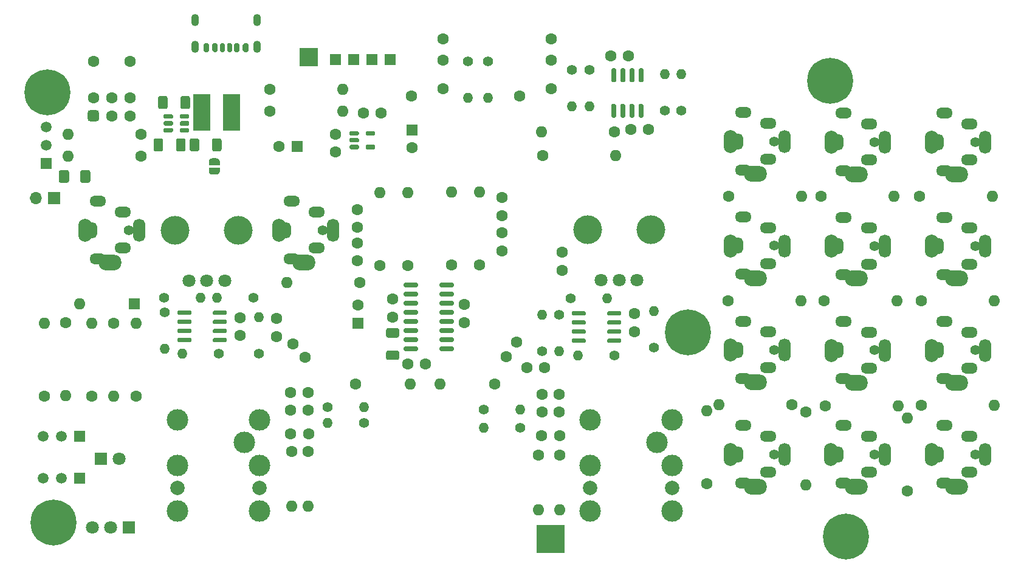
<source format=gts>
G04 #@! TF.GenerationSoftware,KiCad,Pcbnew,8.0.6*
G04 #@! TF.CreationDate,2025-01-21T23:06:27+01:00*
G04 #@! TF.ProjectId,spider2,73706964-6572-4322-9e6b-696361645f70,rev?*
G04 #@! TF.SameCoordinates,Original*
G04 #@! TF.FileFunction,Soldermask,Top*
G04 #@! TF.FilePolarity,Negative*
%FSLAX46Y46*%
G04 Gerber Fmt 4.6, Leading zero omitted, Abs format (unit mm)*
G04 Created by KiCad (PCBNEW 8.0.6) date 2025-01-21 23:06:27*
%MOMM*%
%LPD*%
G01*
G04 APERTURE LIST*
%ADD10C,1.400000*%
%ADD11O,1.400000X1.400000*%
%ADD12C,1.600000*%
%ADD13O,1.600000X1.600000*%
%ADD14R,1.600000X1.600000*%
%ADD15R,2.500000X2.500000*%
%ADD16O,2.300000X1.500000*%
%ADD17O,1.703200X3.203200*%
%ADD18O,1.903200X3.203200*%
%ADD19O,1.500000X2.300000*%
%ADD20O,3.203200X2.203200*%
%ADD21C,0.800000*%
%ADD22C,6.400000*%
%ADD23C,3.000000*%
%ADD24C,2.000000*%
%ADD25O,1.100000X1.700000*%
%ADD26R,1.500000X1.500000*%
%ADD27C,1.500000*%
%ADD28C,4.000000*%
%ADD29C,1.800000*%
%ADD30R,1.700000X1.700000*%
%ADD31O,1.700000X1.700000*%
%ADD32R,1.800000X1.800000*%
%ADD33R,2.350000X5.100000*%
%ADD34R,4.000000X4.000000*%
G04 APERTURE END LIST*
D10*
X225940000Y-73240000D03*
D11*
X225940000Y-68160000D03*
D12*
X147799400Y-33323400D03*
X152879400Y-33323400D03*
G36*
G01*
X147399400Y-40143400D02*
X148199400Y-40143400D01*
G75*
G02*
X148599400Y-40543400I0J-400000D01*
G01*
X148599400Y-41343400D01*
G75*
G02*
X148199400Y-41743400I-400000J0D01*
G01*
X147399400Y-41743400D01*
G75*
G02*
X146999400Y-41343400I0J400000D01*
G01*
X146999400Y-40543400D01*
G75*
G02*
X147399400Y-40143400I400000J0D01*
G01*
G37*
X150339400Y-40943400D03*
X152879400Y-40943400D03*
X147799400Y-38403400D03*
X150339400Y-38403400D03*
X152879400Y-38403400D03*
X262920000Y-52200000D03*
D13*
X273080000Y-52200000D03*
D12*
X219851600Y-32588200D03*
X222351600Y-32588200D03*
D10*
X214330000Y-66370000D03*
D11*
X219410000Y-66370000D03*
D10*
X227431600Y-40233600D03*
D11*
X227431600Y-35153600D03*
D12*
X187750000Y-61800000D03*
D13*
X187750000Y-51640000D03*
D10*
X220370000Y-74340000D03*
D11*
X215290000Y-74340000D03*
D12*
X263120000Y-81300000D03*
D13*
X273280000Y-81300000D03*
D12*
X177749200Y-87731600D03*
D13*
X177749200Y-95351600D03*
D14*
X192230000Y-42900000D03*
D12*
X192230000Y-45400000D03*
X204750000Y-52350000D03*
X204750000Y-54850000D03*
X204750000Y-59750000D03*
X204750000Y-57250000D03*
D14*
X153475000Y-67125000D03*
D13*
X145855000Y-67125000D03*
D12*
X154460000Y-46600000D03*
D13*
X144300000Y-46600000D03*
D10*
X202800000Y-33400000D03*
D11*
X202800000Y-38480000D03*
D12*
X208175000Y-76050000D03*
X210675000Y-76050000D03*
D15*
X177800000Y-32775000D03*
D16*
X238349112Y-92100000D03*
X241849112Y-90600000D03*
D10*
X242649112Y-88100000D03*
D17*
X244078391Y-88126253D03*
D18*
X236578391Y-88126253D03*
D19*
X237549112Y-88100000D03*
D16*
X238349112Y-84100000D03*
D20*
X240078391Y-92626253D03*
D16*
X241849112Y-85600000D03*
D21*
X248019532Y-36102461D03*
X248722476Y-34405405D03*
X248722476Y-37799517D03*
X250419532Y-33702461D03*
D22*
X250419532Y-36102461D03*
D21*
X250419532Y-38502461D03*
X252116588Y-34405405D03*
X252116588Y-37799517D03*
X252819532Y-36102461D03*
D10*
X157720000Y-68350000D03*
D11*
X157720000Y-73430000D03*
D12*
X199500000Y-69750000D03*
X199500000Y-67250000D03*
D10*
X216890600Y-34518600D03*
D11*
X216890600Y-39598600D03*
D12*
X196550000Y-33200000D03*
X196550000Y-30200000D03*
X192150000Y-38200000D03*
X196550000Y-37200000D03*
X212700000Y-82250000D03*
X212700000Y-79750000D03*
X175620000Y-72700000D03*
X177292827Y-74557862D03*
X175285400Y-85267800D03*
X177785400Y-85267800D03*
X191620000Y-61810000D03*
D13*
X191620000Y-51650000D03*
D12*
X261200000Y-93230000D03*
D13*
X261200000Y-83070000D03*
D12*
X249610000Y-66720000D03*
D13*
X259770000Y-66720000D03*
D23*
X226300000Y-86450000D03*
D24*
X228430000Y-92800000D03*
X217000000Y-92800000D03*
D23*
X217000000Y-96000000D03*
X228430000Y-89650000D03*
X217000000Y-89650000D03*
X228430000Y-96000000D03*
X228430000Y-83300000D03*
X217000000Y-83300000D03*
D12*
X184900000Y-64150000D03*
D13*
X174740000Y-64150000D03*
D23*
X168800000Y-86450000D03*
D24*
X170930000Y-92800000D03*
X159500000Y-92800000D03*
D23*
X159500000Y-96000000D03*
X170930000Y-89650000D03*
X159500000Y-89650000D03*
X170930000Y-96000000D03*
X170930000Y-83300000D03*
X159500000Y-83300000D03*
D12*
X147620000Y-79980000D03*
D13*
X147620000Y-69820000D03*
D12*
X249745000Y-81400000D03*
D13*
X259905000Y-81400000D03*
D10*
X185520000Y-83700000D03*
D11*
X180440000Y-83700000D03*
G36*
G01*
X156190036Y-45650000D02*
X156190036Y-44350000D01*
G75*
G02*
X156440036Y-44100000I250000J0D01*
G01*
X157265036Y-44100000D01*
G75*
G02*
X157515036Y-44350000I0J-250000D01*
G01*
X157515036Y-45650000D01*
G75*
G02*
X157265036Y-45900000I-250000J0D01*
G01*
X156440036Y-45900000D01*
G75*
G02*
X156190036Y-45650000I0J250000D01*
G01*
G37*
G36*
G01*
X159315036Y-45650000D02*
X159315036Y-44350000D01*
G75*
G02*
X159565036Y-44100000I250000J0D01*
G01*
X160390036Y-44100000D01*
G75*
G02*
X160640036Y-44350000I0J-250000D01*
G01*
X160640036Y-45650000D01*
G75*
G02*
X160390036Y-45900000I-250000J0D01*
G01*
X159565036Y-45900000D01*
G75*
G02*
X159315036Y-45650000I0J250000D01*
G01*
G37*
D12*
X249220000Y-52150000D03*
D13*
X259380000Y-52150000D03*
G36*
G01*
X167120000Y-31025000D02*
X167120000Y-31875000D01*
G75*
G02*
X166945000Y-32050000I-175000J0D01*
G01*
X166595000Y-32050000D01*
G75*
G02*
X166420000Y-31875000I0J175000D01*
G01*
X166420000Y-31025000D01*
G75*
G02*
X166595000Y-30850000I175000J0D01*
G01*
X166945000Y-30850000D01*
G75*
G02*
X167120000Y-31025000I0J-175000D01*
G01*
G37*
G36*
G01*
X164370000Y-31860000D02*
X164370000Y-31040000D01*
G75*
G02*
X164560000Y-30850000I190000J0D01*
G01*
X164940000Y-30850000D01*
G75*
G02*
X165130000Y-31040000I0J-190000D01*
G01*
X165130000Y-31860000D01*
G75*
G02*
X164940000Y-32050000I-190000J0D01*
G01*
X164560000Y-32050000D01*
G75*
G02*
X164370000Y-31860000I0J190000D01*
G01*
G37*
G36*
G01*
X163120000Y-31850000D02*
X163120000Y-31050000D01*
G75*
G02*
X163320000Y-30850000I200000J0D01*
G01*
X163720000Y-30850000D01*
G75*
G02*
X163920000Y-31050000I0J-200000D01*
G01*
X163920000Y-31850000D01*
G75*
G02*
X163720000Y-32050000I-200000J0D01*
G01*
X163320000Y-32050000D01*
G75*
G02*
X163120000Y-31850000I0J200000D01*
G01*
G37*
G36*
G01*
X165420000Y-31875000D02*
X165420000Y-31025000D01*
G75*
G02*
X165595000Y-30850000I175000J0D01*
G01*
X165945000Y-30850000D01*
G75*
G02*
X166120000Y-31025000I0J-175000D01*
G01*
X166120000Y-31875000D01*
G75*
G02*
X165945000Y-32050000I-175000J0D01*
G01*
X165595000Y-32050000D01*
G75*
G02*
X165420000Y-31875000I0J175000D01*
G01*
G37*
G36*
G01*
X168170000Y-31040000D02*
X168170000Y-31860000D01*
G75*
G02*
X167980000Y-32050000I-190000J0D01*
G01*
X167600000Y-32050000D01*
G75*
G02*
X167410000Y-31860000I0J190000D01*
G01*
X167410000Y-31040000D01*
G75*
G02*
X167600000Y-30850000I190000J0D01*
G01*
X167980000Y-30850000D01*
G75*
G02*
X168170000Y-31040000I0J-190000D01*
G01*
G37*
G36*
G01*
X169420000Y-31050000D02*
X169420000Y-31850000D01*
G75*
G02*
X169220000Y-32050000I-200000J0D01*
G01*
X168820000Y-32050000D01*
G75*
G02*
X168620000Y-31850000I0J200000D01*
G01*
X168620000Y-31050000D01*
G75*
G02*
X168820000Y-30850000I200000J0D01*
G01*
X169220000Y-30850000D01*
G75*
G02*
X169420000Y-31050000I0J-200000D01*
G01*
G37*
D25*
X170590000Y-31370000D03*
X170590000Y-27570000D03*
X161950000Y-31370000D03*
X161950000Y-27570000D03*
G36*
G01*
X147387500Y-48775001D02*
X147387500Y-50024999D01*
G75*
G02*
X147137499Y-50275000I-250001J0D01*
G01*
X146212501Y-50275000D01*
G75*
G02*
X145962500Y-50024999I0J250001D01*
G01*
X145962500Y-48775001D01*
G75*
G02*
X146212501Y-48525000I250001J0D01*
G01*
X147137499Y-48525000D01*
G75*
G02*
X147387500Y-48775001I0J-250001D01*
G01*
G37*
G36*
G01*
X144412500Y-48775001D02*
X144412500Y-50024999D01*
G75*
G02*
X144162499Y-50275000I-250001J0D01*
G01*
X143237501Y-50275000D01*
G75*
G02*
X142987500Y-50024999I0J250001D01*
G01*
X142987500Y-48775001D01*
G75*
G02*
X143237501Y-48525000I250001J0D01*
G01*
X144162499Y-48525000D01*
G75*
G02*
X144412500Y-48775001I0J-250001D01*
G01*
G37*
D12*
X203708000Y-78282800D03*
D13*
X196088000Y-78282800D03*
D12*
X201600000Y-61700000D03*
D13*
X201600000Y-51540000D03*
D10*
X229743000Y-40233600D03*
D11*
X229743000Y-35153600D03*
D12*
X236195000Y-66725000D03*
D13*
X246355000Y-66725000D03*
D14*
X176192380Y-45200000D03*
D12*
X173692380Y-45200000D03*
X191581400Y-75514200D03*
X194081400Y-75514200D03*
X143980000Y-69810000D03*
D13*
X143980000Y-79970000D03*
D12*
X181500000Y-43500000D03*
X181500000Y-46000000D03*
X247100000Y-82250000D03*
D13*
X247100000Y-92410000D03*
D10*
X210350000Y-73715000D03*
D11*
X210350000Y-68635000D03*
D16*
X238350000Y-63033333D03*
X241850000Y-61533333D03*
D10*
X242650000Y-59033333D03*
D17*
X244079279Y-59059586D03*
D18*
X236579279Y-59059586D03*
D19*
X237550000Y-59033333D03*
D16*
X238350000Y-55033333D03*
D20*
X240079279Y-63559586D03*
D16*
X241850000Y-56533333D03*
G36*
G01*
X214450000Y-68620000D02*
X214450000Y-68320000D01*
G75*
G02*
X214600000Y-68170000I150000J0D01*
G01*
X216250000Y-68170000D01*
G75*
G02*
X216400000Y-68320000I0J-150000D01*
G01*
X216400000Y-68620000D01*
G75*
G02*
X216250000Y-68770000I-150000J0D01*
G01*
X214600000Y-68770000D01*
G75*
G02*
X214450000Y-68620000I0J150000D01*
G01*
G37*
G36*
G01*
X214450000Y-69890000D02*
X214450000Y-69590000D01*
G75*
G02*
X214600000Y-69440000I150000J0D01*
G01*
X216250000Y-69440000D01*
G75*
G02*
X216400000Y-69590000I0J-150000D01*
G01*
X216400000Y-69890000D01*
G75*
G02*
X216250000Y-70040000I-150000J0D01*
G01*
X214600000Y-70040000D01*
G75*
G02*
X214450000Y-69890000I0J150000D01*
G01*
G37*
G36*
G01*
X214450000Y-71160000D02*
X214450000Y-70860000D01*
G75*
G02*
X214600000Y-70710000I150000J0D01*
G01*
X216250000Y-70710000D01*
G75*
G02*
X216400000Y-70860000I0J-150000D01*
G01*
X216400000Y-71160000D01*
G75*
G02*
X216250000Y-71310000I-150000J0D01*
G01*
X214600000Y-71310000D01*
G75*
G02*
X214450000Y-71160000I0J150000D01*
G01*
G37*
G36*
G01*
X214450000Y-72430000D02*
X214450000Y-72130000D01*
G75*
G02*
X214600000Y-71980000I150000J0D01*
G01*
X216250000Y-71980000D01*
G75*
G02*
X216400000Y-72130000I0J-150000D01*
G01*
X216400000Y-72430000D01*
G75*
G02*
X216250000Y-72580000I-150000J0D01*
G01*
X214600000Y-72580000D01*
G75*
G02*
X214450000Y-72430000I0J150000D01*
G01*
G37*
G36*
G01*
X219400000Y-72430000D02*
X219400000Y-72130000D01*
G75*
G02*
X219550000Y-71980000I150000J0D01*
G01*
X221200000Y-71980000D01*
G75*
G02*
X221350000Y-72130000I0J-150000D01*
G01*
X221350000Y-72430000D01*
G75*
G02*
X221200000Y-72580000I-150000J0D01*
G01*
X219550000Y-72580000D01*
G75*
G02*
X219400000Y-72430000I0J150000D01*
G01*
G37*
G36*
G01*
X219400000Y-71160000D02*
X219400000Y-70860000D01*
G75*
G02*
X219550000Y-70710000I150000J0D01*
G01*
X221200000Y-70710000D01*
G75*
G02*
X221350000Y-70860000I0J-150000D01*
G01*
X221350000Y-71160000D01*
G75*
G02*
X221200000Y-71310000I-150000J0D01*
G01*
X219550000Y-71310000D01*
G75*
G02*
X219400000Y-71160000I0J150000D01*
G01*
G37*
G36*
G01*
X219400000Y-69890000D02*
X219400000Y-69590000D01*
G75*
G02*
X219550000Y-69440000I150000J0D01*
G01*
X221200000Y-69440000D01*
G75*
G02*
X221350000Y-69590000I0J-150000D01*
G01*
X221350000Y-69890000D01*
G75*
G02*
X221200000Y-70040000I-150000J0D01*
G01*
X219550000Y-70040000D01*
G75*
G02*
X219400000Y-69890000I0J150000D01*
G01*
G37*
G36*
G01*
X219400000Y-68620000D02*
X219400000Y-68320000D01*
G75*
G02*
X219550000Y-68170000I150000J0D01*
G01*
X221200000Y-68170000D01*
G75*
G02*
X221350000Y-68320000I0J-150000D01*
G01*
X221350000Y-68620000D01*
G75*
G02*
X221200000Y-68770000I-150000J0D01*
G01*
X219550000Y-68770000D01*
G75*
G02*
X219400000Y-68620000I0J150000D01*
G01*
G37*
D26*
X145860000Y-85630000D03*
D27*
X143320000Y-85630000D03*
X140780000Y-85630000D03*
D12*
X173325000Y-69175000D03*
X173325000Y-71675000D03*
X175285400Y-81991200D03*
X175285400Y-79491200D03*
X210388200Y-46456600D03*
D13*
X220548200Y-46456600D03*
D26*
X189176000Y-33075000D03*
D16*
X238350000Y-77566666D03*
X241850000Y-76066666D03*
D10*
X242650000Y-73566666D03*
D17*
X244079279Y-73592919D03*
D18*
X236579279Y-73592919D03*
D19*
X237550000Y-73566666D03*
D16*
X238350000Y-69566666D03*
D20*
X240079279Y-78092919D03*
D16*
X241850000Y-71066666D03*
X175424065Y-60868249D03*
X178924065Y-59368249D03*
D10*
X179724065Y-56868249D03*
D17*
X181153344Y-56894502D03*
D18*
X173653344Y-56894502D03*
D19*
X174624065Y-56868249D03*
D16*
X175424065Y-52868249D03*
D20*
X177153344Y-61394502D03*
D16*
X178924065Y-54368249D03*
D21*
X228260142Y-71088261D03*
X228963086Y-69391205D03*
X228963086Y-72785317D03*
X230660142Y-68688261D03*
D22*
X230660142Y-71088261D03*
D21*
X230660142Y-73488261D03*
X232357198Y-69391205D03*
X232357198Y-72785317D03*
X233060142Y-71088261D03*
D12*
X154460000Y-43540000D03*
D13*
X144300000Y-43540000D03*
G36*
X163917400Y-47850000D02*
G01*
X163917400Y-47350000D01*
X163922489Y-47350000D01*
X163922489Y-47278843D01*
X163962584Y-47142292D01*
X164039525Y-47022570D01*
X164147080Y-46929373D01*
X164276534Y-46870254D01*
X164417400Y-46850000D01*
X164917400Y-46850000D01*
X165058266Y-46870254D01*
X165187720Y-46929373D01*
X165295275Y-47022570D01*
X165372216Y-47142292D01*
X165412311Y-47278843D01*
X165412311Y-47350000D01*
X165417400Y-47350000D01*
X165417400Y-47850000D01*
X163917400Y-47850000D01*
G37*
G36*
X165412311Y-48650000D02*
G01*
X165412311Y-48721157D01*
X165372216Y-48857708D01*
X165295275Y-48977430D01*
X165187720Y-49070627D01*
X165058266Y-49129746D01*
X164917400Y-49150000D01*
X164417400Y-49150000D01*
X164276534Y-49129746D01*
X164147080Y-49070627D01*
X164039525Y-48977430D01*
X163962584Y-48857708D01*
X163922489Y-48721157D01*
X163922489Y-48650000D01*
X163917400Y-48650000D01*
X163917400Y-48150000D01*
X165417400Y-48150000D01*
X165417400Y-48650000D01*
X165412311Y-48650000D01*
G37*
D16*
X266350000Y-48600000D03*
X269850000Y-47100000D03*
D10*
X270650000Y-44600000D03*
D17*
X272079279Y-44626253D03*
D18*
X264579279Y-44626253D03*
D19*
X265550000Y-44600000D03*
D16*
X266350000Y-40600000D03*
D20*
X268079279Y-49126253D03*
D16*
X269850000Y-42100000D03*
D12*
X184550000Y-56500000D03*
X184550000Y-54000000D03*
D26*
X181571000Y-33075000D03*
D10*
X202200000Y-81900000D03*
D11*
X207280000Y-81900000D03*
D28*
X159200000Y-56900000D03*
X168000000Y-56900000D03*
D29*
X166100000Y-63900000D03*
X163600000Y-63900000D03*
X161100000Y-63900000D03*
D12*
X206779532Y-72445529D03*
X205310069Y-74468071D03*
X189500000Y-69000000D03*
X189500000Y-66500000D03*
D26*
X184111000Y-33075000D03*
D12*
X172390000Y-37220000D03*
D13*
X182550000Y-37220000D03*
D12*
X175420000Y-87731600D03*
D13*
X175420000Y-95351600D03*
D26*
X186651000Y-33075000D03*
X145860000Y-91470000D03*
D27*
X143320000Y-91470000D03*
X140780000Y-91470000D03*
D12*
X150660000Y-69820000D03*
D13*
X150660000Y-79980000D03*
D16*
X266350000Y-77600000D03*
X269850000Y-76100000D03*
D10*
X270650000Y-73600000D03*
D17*
X272079279Y-73626253D03*
D18*
X264579279Y-73626253D03*
D19*
X265550000Y-73600000D03*
D16*
X266350000Y-69600000D03*
D20*
X268079279Y-78126253D03*
D16*
X269850000Y-71100000D03*
D10*
X157675000Y-66325000D03*
D11*
X162754999Y-66325000D03*
D30*
X142300000Y-52400000D03*
D31*
X139760000Y-52400000D03*
D12*
X187900000Y-40600000D03*
X185400000Y-40600000D03*
X172390000Y-40270000D03*
D13*
X182550000Y-40270000D03*
D21*
X250250000Y-99550000D03*
X250952944Y-97852944D03*
X250952944Y-101247056D03*
X252650000Y-97150000D03*
D22*
X252650000Y-99550000D03*
D21*
X252650000Y-101950000D03*
X254347056Y-97852944D03*
X254347056Y-101247056D03*
X255050000Y-99550000D03*
D12*
X209770000Y-88200000D03*
D13*
X209770000Y-95820000D03*
G36*
G01*
X183470000Y-43550000D02*
X183470000Y-43250000D01*
G75*
G02*
X183620000Y-43100000I150000J0D01*
G01*
X184645000Y-43100000D01*
G75*
G02*
X184795000Y-43250000I0J-150000D01*
G01*
X184795000Y-43550000D01*
G75*
G02*
X184645000Y-43700000I-150000J0D01*
G01*
X183620000Y-43700000D01*
G75*
G02*
X183470000Y-43550000I0J150000D01*
G01*
G37*
G36*
G01*
X183470000Y-44500000D02*
X183470000Y-44200000D01*
G75*
G02*
X183620000Y-44050000I150000J0D01*
G01*
X184645000Y-44050000D01*
G75*
G02*
X184795000Y-44200000I0J-150000D01*
G01*
X184795000Y-44500000D01*
G75*
G02*
X184645000Y-44650000I-150000J0D01*
G01*
X183620000Y-44650000D01*
G75*
G02*
X183470000Y-44500000I0J150000D01*
G01*
G37*
G36*
G01*
X183470000Y-45450000D02*
X183470000Y-45150000D01*
G75*
G02*
X183620000Y-45000000I150000J0D01*
G01*
X184645000Y-45000000D01*
G75*
G02*
X184795000Y-45150000I0J-150000D01*
G01*
X184795000Y-45450000D01*
G75*
G02*
X184645000Y-45600000I-150000J0D01*
G01*
X183620000Y-45600000D01*
G75*
G02*
X183470000Y-45450000I0J150000D01*
G01*
G37*
G36*
G01*
X185745000Y-45450000D02*
X185745000Y-45150000D01*
G75*
G02*
X185895000Y-45000000I150000J0D01*
G01*
X186920000Y-45000000D01*
G75*
G02*
X187070000Y-45150000I0J-150000D01*
G01*
X187070000Y-45450000D01*
G75*
G02*
X186920000Y-45600000I-150000J0D01*
G01*
X185895000Y-45600000D01*
G75*
G02*
X185745000Y-45450000I0J150000D01*
G01*
G37*
G36*
G01*
X185745000Y-43550000D02*
X185745000Y-43250000D01*
G75*
G02*
X185895000Y-43100000I150000J0D01*
G01*
X186920000Y-43100000D01*
G75*
G02*
X187070000Y-43250000I0J-150000D01*
G01*
X187070000Y-43550000D01*
G75*
G02*
X186920000Y-43700000I-150000J0D01*
G01*
X185895000Y-43700000D01*
G75*
G02*
X185745000Y-43550000I0J150000D01*
G01*
G37*
D12*
X236270000Y-52150000D03*
D13*
X246430000Y-52150000D03*
D10*
X214477600Y-34544000D03*
D11*
X214477600Y-39624000D03*
D12*
X211550000Y-33200000D03*
X211550000Y-30200000D03*
X207150000Y-38200000D03*
X211550000Y-37200000D03*
D16*
X266350000Y-63100000D03*
X269850000Y-61600000D03*
D10*
X270650000Y-59100000D03*
D17*
X272079279Y-59126253D03*
D18*
X264579279Y-59126253D03*
D19*
X265550000Y-59100000D03*
D16*
X266350000Y-55100000D03*
D20*
X268079279Y-63626253D03*
D16*
X269850000Y-56600000D03*
X238350000Y-48500000D03*
X241850000Y-47000000D03*
D10*
X242650000Y-44500000D03*
D17*
X244079279Y-44526253D03*
D18*
X236579279Y-44526253D03*
D19*
X237550000Y-44500000D03*
D16*
X238350000Y-40500000D03*
D20*
X240079279Y-49026253D03*
D16*
X241850000Y-42000000D03*
G36*
G01*
X220458400Y-41219800D02*
X220158400Y-41219800D01*
G75*
G02*
X220008400Y-41069800I0J150000D01*
G01*
X220008400Y-39419800D01*
G75*
G02*
X220158400Y-39269800I150000J0D01*
G01*
X220458400Y-39269800D01*
G75*
G02*
X220608400Y-39419800I0J-150000D01*
G01*
X220608400Y-41069800D01*
G75*
G02*
X220458400Y-41219800I-150000J0D01*
G01*
G37*
G36*
G01*
X221728400Y-41219800D02*
X221428400Y-41219800D01*
G75*
G02*
X221278400Y-41069800I0J150000D01*
G01*
X221278400Y-39419800D01*
G75*
G02*
X221428400Y-39269800I150000J0D01*
G01*
X221728400Y-39269800D01*
G75*
G02*
X221878400Y-39419800I0J-150000D01*
G01*
X221878400Y-41069800D01*
G75*
G02*
X221728400Y-41219800I-150000J0D01*
G01*
G37*
G36*
G01*
X222998400Y-41219800D02*
X222698400Y-41219800D01*
G75*
G02*
X222548400Y-41069800I0J150000D01*
G01*
X222548400Y-39419800D01*
G75*
G02*
X222698400Y-39269800I150000J0D01*
G01*
X222998400Y-39269800D01*
G75*
G02*
X223148400Y-39419800I0J-150000D01*
G01*
X223148400Y-41069800D01*
G75*
G02*
X222998400Y-41219800I-150000J0D01*
G01*
G37*
G36*
G01*
X224268400Y-41219800D02*
X223968400Y-41219800D01*
G75*
G02*
X223818400Y-41069800I0J150000D01*
G01*
X223818400Y-39419800D01*
G75*
G02*
X223968400Y-39269800I150000J0D01*
G01*
X224268400Y-39269800D01*
G75*
G02*
X224418400Y-39419800I0J-150000D01*
G01*
X224418400Y-41069800D01*
G75*
G02*
X224268400Y-41219800I-150000J0D01*
G01*
G37*
G36*
G01*
X224268400Y-36269800D02*
X223968400Y-36269800D01*
G75*
G02*
X223818400Y-36119800I0J150000D01*
G01*
X223818400Y-34469800D01*
G75*
G02*
X223968400Y-34319800I150000J0D01*
G01*
X224268400Y-34319800D01*
G75*
G02*
X224418400Y-34469800I0J-150000D01*
G01*
X224418400Y-36119800D01*
G75*
G02*
X224268400Y-36269800I-150000J0D01*
G01*
G37*
G36*
G01*
X222998400Y-36269800D02*
X222698400Y-36269800D01*
G75*
G02*
X222548400Y-36119800I0J150000D01*
G01*
X222548400Y-34469800D01*
G75*
G02*
X222698400Y-34319800I150000J0D01*
G01*
X222998400Y-34319800D01*
G75*
G02*
X223148400Y-34469800I0J-150000D01*
G01*
X223148400Y-36119800D01*
G75*
G02*
X222998400Y-36269800I-150000J0D01*
G01*
G37*
G36*
G01*
X221728400Y-36269800D02*
X221428400Y-36269800D01*
G75*
G02*
X221278400Y-36119800I0J150000D01*
G01*
X221278400Y-34469800D01*
G75*
G02*
X221428400Y-34319800I150000J0D01*
G01*
X221728400Y-34319800D01*
G75*
G02*
X221878400Y-34469800I0J-150000D01*
G01*
X221878400Y-36119800D01*
G75*
G02*
X221728400Y-36269800I-150000J0D01*
G01*
G37*
G36*
G01*
X220458400Y-36269800D02*
X220158400Y-36269800D01*
G75*
G02*
X220008400Y-36119800I0J150000D01*
G01*
X220008400Y-34469800D01*
G75*
G02*
X220158400Y-34319800I150000J0D01*
G01*
X220458400Y-34319800D01*
G75*
G02*
X220608400Y-34469800I0J-150000D01*
G01*
X220608400Y-36119800D01*
G75*
G02*
X220458400Y-36269800I-150000J0D01*
G01*
G37*
D12*
X263120000Y-66750000D03*
D13*
X273280000Y-66750000D03*
D12*
X233260000Y-92180000D03*
D13*
X233260000Y-82020000D03*
D16*
X252350000Y-63100000D03*
X255850000Y-61600000D03*
D10*
X256650000Y-59100000D03*
D17*
X258079279Y-59126253D03*
D18*
X250579279Y-59126253D03*
D19*
X251550000Y-59100000D03*
D16*
X252350000Y-55100000D03*
D20*
X254079279Y-63626253D03*
D16*
X255850000Y-56600000D03*
D10*
X170825000Y-74125000D03*
D11*
X170825000Y-69045000D03*
D16*
X252350000Y-77600000D03*
X255850000Y-76100000D03*
D10*
X256650000Y-73600000D03*
D17*
X258079279Y-73626253D03*
D18*
X250579279Y-73626253D03*
D19*
X251550000Y-73600000D03*
D16*
X252350000Y-69600000D03*
D20*
X254079279Y-78126253D03*
D16*
X255850000Y-71100000D03*
X252350000Y-48600000D03*
X255850000Y-47100000D03*
D10*
X256650000Y-44600000D03*
D17*
X258079279Y-44626253D03*
D18*
X250579279Y-44626253D03*
D19*
X251550000Y-44600000D03*
D16*
X252350000Y-40600000D03*
D20*
X254079279Y-49126253D03*
D16*
X255850000Y-42100000D03*
D10*
X212675000Y-68670000D03*
D11*
X212675000Y-73750000D03*
D10*
X170125000Y-66300000D03*
D11*
X165045000Y-66300000D03*
D12*
X225176400Y-42849800D03*
X222676400Y-42849800D03*
X184550000Y-58650000D03*
X184550000Y-61150000D03*
D16*
X148415198Y-60869712D03*
X151915198Y-59369712D03*
D10*
X152715198Y-56869712D03*
D17*
X154144477Y-56895965D03*
D18*
X146644477Y-56895965D03*
D19*
X147615198Y-56869712D03*
D16*
X148415198Y-52869712D03*
D20*
X150144477Y-61395965D03*
D16*
X151915198Y-54369712D03*
D12*
X168249600Y-71588000D03*
X168249600Y-69088000D03*
D10*
X165270000Y-74100000D03*
D11*
X160190000Y-74100000D03*
D16*
X252349112Y-92100000D03*
X255849112Y-90600000D03*
D10*
X256649112Y-88100000D03*
D17*
X258078391Y-88126253D03*
D18*
X250578391Y-88126253D03*
D19*
X251549112Y-88100000D03*
D16*
X252349112Y-84100000D03*
D20*
X254078391Y-92626253D03*
D16*
X255849112Y-85600000D03*
X266350000Y-92100000D03*
X269850000Y-90600000D03*
D10*
X270650000Y-88100000D03*
D17*
X272079279Y-88126253D03*
D18*
X264579279Y-88126253D03*
D19*
X265550000Y-88100000D03*
D16*
X266350000Y-84100000D03*
D20*
X268079279Y-92626253D03*
D16*
X269850000Y-85600000D03*
D12*
X177698400Y-81991200D03*
X177698400Y-79491200D03*
G36*
G01*
X161267400Y-38450000D02*
X161267400Y-39750000D01*
G75*
G02*
X161017400Y-40000000I-250000J0D01*
G01*
X160192400Y-40000000D01*
G75*
G02*
X159942400Y-39750000I0J250000D01*
G01*
X159942400Y-38450000D01*
G75*
G02*
X160192400Y-38200000I250000J0D01*
G01*
X161017400Y-38200000D01*
G75*
G02*
X161267400Y-38450000I0J-250000D01*
G01*
G37*
G36*
G01*
X158142400Y-38450000D02*
X158142400Y-39750000D01*
G75*
G02*
X157892400Y-40000000I-250000J0D01*
G01*
X157067400Y-40000000D01*
G75*
G02*
X156817400Y-39750000I0J250000D01*
G01*
X156817400Y-38450000D01*
G75*
G02*
X157067400Y-38200000I250000J0D01*
G01*
X157892400Y-38200000D01*
G75*
G02*
X158142400Y-38450000I0J-250000D01*
G01*
G37*
X153730000Y-79980000D03*
D13*
X153730000Y-69820000D03*
D12*
X184300000Y-78300000D03*
D13*
X191920000Y-78300000D03*
G36*
G01*
X161217400Y-45650778D02*
X161217400Y-44350778D01*
G75*
G02*
X161467400Y-44100778I250000J0D01*
G01*
X162292400Y-44100778D01*
G75*
G02*
X162542400Y-44350778I0J-250000D01*
G01*
X162542400Y-45650778D01*
G75*
G02*
X162292400Y-45900778I-250000J0D01*
G01*
X161467400Y-45900778D01*
G75*
G02*
X161217400Y-45650778I0J250000D01*
G01*
G37*
G36*
G01*
X164342400Y-45650778D02*
X164342400Y-44350778D01*
G75*
G02*
X164592400Y-44100778I250000J0D01*
G01*
X165417400Y-44100778D01*
G75*
G02*
X165667400Y-44350778I0J-250000D01*
G01*
X165667400Y-45650778D01*
G75*
G02*
X165417400Y-45900778I-250000J0D01*
G01*
X164592400Y-45900778D01*
G75*
G02*
X164342400Y-45650778I0J250000D01*
G01*
G37*
D32*
X148875000Y-88725000D03*
D29*
X151415000Y-88725000D03*
D10*
X200000000Y-33400000D03*
D11*
X200000000Y-38480000D03*
G36*
G01*
X191050000Y-64670000D02*
X191050000Y-64370000D01*
G75*
G02*
X191200000Y-64220000I150000J0D01*
G01*
X192900000Y-64220000D01*
G75*
G02*
X193050000Y-64370000I0J-150000D01*
G01*
X193050000Y-64670000D01*
G75*
G02*
X192900000Y-64820000I-150000J0D01*
G01*
X191200000Y-64820000D01*
G75*
G02*
X191050000Y-64670000I0J150000D01*
G01*
G37*
G36*
G01*
X191050000Y-65940000D02*
X191050000Y-65640000D01*
G75*
G02*
X191200000Y-65490000I150000J0D01*
G01*
X192900000Y-65490000D01*
G75*
G02*
X193050000Y-65640000I0J-150000D01*
G01*
X193050000Y-65940000D01*
G75*
G02*
X192900000Y-66090000I-150000J0D01*
G01*
X191200000Y-66090000D01*
G75*
G02*
X191050000Y-65940000I0J150000D01*
G01*
G37*
G36*
G01*
X191050000Y-67210000D02*
X191050000Y-66910000D01*
G75*
G02*
X191200000Y-66760000I150000J0D01*
G01*
X192900000Y-66760000D01*
G75*
G02*
X193050000Y-66910000I0J-150000D01*
G01*
X193050000Y-67210000D01*
G75*
G02*
X192900000Y-67360000I-150000J0D01*
G01*
X191200000Y-67360000D01*
G75*
G02*
X191050000Y-67210000I0J150000D01*
G01*
G37*
G36*
G01*
X191050000Y-68480000D02*
X191050000Y-68180000D01*
G75*
G02*
X191200000Y-68030000I150000J0D01*
G01*
X192900000Y-68030000D01*
G75*
G02*
X193050000Y-68180000I0J-150000D01*
G01*
X193050000Y-68480000D01*
G75*
G02*
X192900000Y-68630000I-150000J0D01*
G01*
X191200000Y-68630000D01*
G75*
G02*
X191050000Y-68480000I0J150000D01*
G01*
G37*
G36*
G01*
X191050000Y-69750000D02*
X191050000Y-69450000D01*
G75*
G02*
X191200000Y-69300000I150000J0D01*
G01*
X192900000Y-69300000D01*
G75*
G02*
X193050000Y-69450000I0J-150000D01*
G01*
X193050000Y-69750000D01*
G75*
G02*
X192900000Y-69900000I-150000J0D01*
G01*
X191200000Y-69900000D01*
G75*
G02*
X191050000Y-69750000I0J150000D01*
G01*
G37*
G36*
G01*
X191050000Y-71020000D02*
X191050000Y-70720000D01*
G75*
G02*
X191200000Y-70570000I150000J0D01*
G01*
X192900000Y-70570000D01*
G75*
G02*
X193050000Y-70720000I0J-150000D01*
G01*
X193050000Y-71020000D01*
G75*
G02*
X192900000Y-71170000I-150000J0D01*
G01*
X191200000Y-71170000D01*
G75*
G02*
X191050000Y-71020000I0J150000D01*
G01*
G37*
G36*
G01*
X191050000Y-72290000D02*
X191050000Y-71990000D01*
G75*
G02*
X191200000Y-71840000I150000J0D01*
G01*
X192900000Y-71840000D01*
G75*
G02*
X193050000Y-71990000I0J-150000D01*
G01*
X193050000Y-72290000D01*
G75*
G02*
X192900000Y-72440000I-150000J0D01*
G01*
X191200000Y-72440000D01*
G75*
G02*
X191050000Y-72290000I0J150000D01*
G01*
G37*
G36*
G01*
X191050000Y-73560000D02*
X191050000Y-73260000D01*
G75*
G02*
X191200000Y-73110000I150000J0D01*
G01*
X192900000Y-73110000D01*
G75*
G02*
X193050000Y-73260000I0J-150000D01*
G01*
X193050000Y-73560000D01*
G75*
G02*
X192900000Y-73710000I-150000J0D01*
G01*
X191200000Y-73710000D01*
G75*
G02*
X191050000Y-73560000I0J150000D01*
G01*
G37*
G36*
G01*
X196050000Y-73560000D02*
X196050000Y-73260000D01*
G75*
G02*
X196200000Y-73110000I150000J0D01*
G01*
X197900000Y-73110000D01*
G75*
G02*
X198050000Y-73260000I0J-150000D01*
G01*
X198050000Y-73560000D01*
G75*
G02*
X197900000Y-73710000I-150000J0D01*
G01*
X196200000Y-73710000D01*
G75*
G02*
X196050000Y-73560000I0J150000D01*
G01*
G37*
G36*
G01*
X196050000Y-72290000D02*
X196050000Y-71990000D01*
G75*
G02*
X196200000Y-71840000I150000J0D01*
G01*
X197900000Y-71840000D01*
G75*
G02*
X198050000Y-71990000I0J-150000D01*
G01*
X198050000Y-72290000D01*
G75*
G02*
X197900000Y-72440000I-150000J0D01*
G01*
X196200000Y-72440000D01*
G75*
G02*
X196050000Y-72290000I0J150000D01*
G01*
G37*
G36*
G01*
X196050000Y-71020000D02*
X196050000Y-70720000D01*
G75*
G02*
X196200000Y-70570000I150000J0D01*
G01*
X197900000Y-70570000D01*
G75*
G02*
X198050000Y-70720000I0J-150000D01*
G01*
X198050000Y-71020000D01*
G75*
G02*
X197900000Y-71170000I-150000J0D01*
G01*
X196200000Y-71170000D01*
G75*
G02*
X196050000Y-71020000I0J150000D01*
G01*
G37*
G36*
G01*
X196050000Y-69750000D02*
X196050000Y-69450000D01*
G75*
G02*
X196200000Y-69300000I150000J0D01*
G01*
X197900000Y-69300000D01*
G75*
G02*
X198050000Y-69450000I0J-150000D01*
G01*
X198050000Y-69750000D01*
G75*
G02*
X197900000Y-69900000I-150000J0D01*
G01*
X196200000Y-69900000D01*
G75*
G02*
X196050000Y-69750000I0J150000D01*
G01*
G37*
G36*
G01*
X196050000Y-68480000D02*
X196050000Y-68180000D01*
G75*
G02*
X196200000Y-68030000I150000J0D01*
G01*
X197900000Y-68030000D01*
G75*
G02*
X198050000Y-68180000I0J-150000D01*
G01*
X198050000Y-68480000D01*
G75*
G02*
X197900000Y-68630000I-150000J0D01*
G01*
X196200000Y-68630000D01*
G75*
G02*
X196050000Y-68480000I0J150000D01*
G01*
G37*
G36*
G01*
X196050000Y-67210000D02*
X196050000Y-66910000D01*
G75*
G02*
X196200000Y-66760000I150000J0D01*
G01*
X197900000Y-66760000D01*
G75*
G02*
X198050000Y-66910000I0J-150000D01*
G01*
X198050000Y-67210000D01*
G75*
G02*
X197900000Y-67360000I-150000J0D01*
G01*
X196200000Y-67360000D01*
G75*
G02*
X196050000Y-67210000I0J150000D01*
G01*
G37*
G36*
G01*
X196050000Y-65940000D02*
X196050000Y-65640000D01*
G75*
G02*
X196200000Y-65490000I150000J0D01*
G01*
X197900000Y-65490000D01*
G75*
G02*
X198050000Y-65640000I0J-150000D01*
G01*
X198050000Y-65940000D01*
G75*
G02*
X197900000Y-66090000I-150000J0D01*
G01*
X196200000Y-66090000D01*
G75*
G02*
X196050000Y-65940000I0J150000D01*
G01*
G37*
G36*
G01*
X196050000Y-64670000D02*
X196050000Y-64370000D01*
G75*
G02*
X196200000Y-64220000I150000J0D01*
G01*
X197900000Y-64220000D01*
G75*
G02*
X198050000Y-64370000I0J-150000D01*
G01*
X198050000Y-64670000D01*
G75*
G02*
X197900000Y-64820000I-150000J0D01*
G01*
X196200000Y-64820000D01*
G75*
G02*
X196050000Y-64670000I0J150000D01*
G01*
G37*
D10*
X207280000Y-84425000D03*
D11*
X202200000Y-84425000D03*
D12*
X220395800Y-43180000D03*
D13*
X210235800Y-43180000D03*
D12*
X210290000Y-82226600D03*
X210290000Y-79726600D03*
D28*
X216650000Y-56800000D03*
X225450000Y-56800000D03*
D29*
X223550000Y-63800000D03*
X221050000Y-63800000D03*
X218550000Y-63800000D03*
D12*
X197735200Y-61700000D03*
D13*
X197735200Y-51540000D03*
D12*
X212775000Y-88200000D03*
D13*
X212775000Y-95820000D03*
D12*
X213080600Y-59984000D03*
X213080600Y-62484000D03*
G36*
G01*
X157562500Y-41200000D02*
X157562500Y-40900000D01*
G75*
G02*
X157712500Y-40750000I150000J0D01*
G01*
X158737500Y-40750000D01*
G75*
G02*
X158887500Y-40900000I0J-150000D01*
G01*
X158887500Y-41200000D01*
G75*
G02*
X158737500Y-41350000I-150000J0D01*
G01*
X157712500Y-41350000D01*
G75*
G02*
X157562500Y-41200000I0J150000D01*
G01*
G37*
G36*
G01*
X157562500Y-42150000D02*
X157562500Y-41850000D01*
G75*
G02*
X157712500Y-41700000I150000J0D01*
G01*
X158737500Y-41700000D01*
G75*
G02*
X158887500Y-41850000I0J-150000D01*
G01*
X158887500Y-42150000D01*
G75*
G02*
X158737500Y-42300000I-150000J0D01*
G01*
X157712500Y-42300000D01*
G75*
G02*
X157562500Y-42150000I0J150000D01*
G01*
G37*
G36*
G01*
X157562500Y-43100000D02*
X157562500Y-42800000D01*
G75*
G02*
X157712500Y-42650000I150000J0D01*
G01*
X158737500Y-42650000D01*
G75*
G02*
X158887500Y-42800000I0J-150000D01*
G01*
X158887500Y-43100000D01*
G75*
G02*
X158737500Y-43250000I-150000J0D01*
G01*
X157712500Y-43250000D01*
G75*
G02*
X157562500Y-43100000I0J150000D01*
G01*
G37*
G36*
G01*
X159837500Y-43100000D02*
X159837500Y-42800000D01*
G75*
G02*
X159987500Y-42650000I150000J0D01*
G01*
X161012500Y-42650000D01*
G75*
G02*
X161162500Y-42800000I0J-150000D01*
G01*
X161162500Y-43100000D01*
G75*
G02*
X161012500Y-43250000I-150000J0D01*
G01*
X159987500Y-43250000D01*
G75*
G02*
X159837500Y-43100000I0J150000D01*
G01*
G37*
G36*
G01*
X159837500Y-42150000D02*
X159837500Y-41850000D01*
G75*
G02*
X159987500Y-41700000I150000J0D01*
G01*
X161012500Y-41700000D01*
G75*
G02*
X161162500Y-41850000I0J-150000D01*
G01*
X161162500Y-42150000D01*
G75*
G02*
X161012500Y-42300000I-150000J0D01*
G01*
X159987500Y-42300000D01*
G75*
G02*
X159837500Y-42150000I0J150000D01*
G01*
G37*
G36*
G01*
X159837500Y-41200000D02*
X159837500Y-40900000D01*
G75*
G02*
X159987500Y-40750000I150000J0D01*
G01*
X161012500Y-40750000D01*
G75*
G02*
X161162500Y-40900000I0J-150000D01*
G01*
X161162500Y-41200000D01*
G75*
G02*
X161012500Y-41350000I-150000J0D01*
G01*
X159987500Y-41350000D01*
G75*
G02*
X159837500Y-41200000I0J150000D01*
G01*
G37*
X245080000Y-81225000D03*
D13*
X234920000Y-81225000D03*
D33*
X162867400Y-40500000D03*
X167017400Y-40500000D03*
D32*
X152742934Y-98294059D03*
D29*
X150202934Y-98294059D03*
X147662934Y-98294059D03*
D10*
X180460000Y-81500000D03*
D11*
X185540000Y-81500000D03*
D21*
X139840000Y-97590000D03*
X140542944Y-95892944D03*
X140542944Y-99287056D03*
X142240000Y-95190000D03*
D22*
X142240000Y-97590000D03*
D21*
X142240000Y-99990000D03*
X143937056Y-95892944D03*
X143937056Y-99287056D03*
X144640000Y-97590000D03*
D12*
X140970000Y-79980000D03*
D13*
X140970000Y-69820000D03*
D12*
X223200000Y-71000000D03*
X223200000Y-68500000D03*
X210250000Y-85500000D03*
X212750000Y-85500000D03*
D14*
X184650000Y-69850000D03*
D12*
X184650000Y-67350000D03*
D21*
X138994600Y-37691600D03*
X139697544Y-35994544D03*
X139697544Y-39388656D03*
X141394600Y-35291600D03*
D22*
X141394600Y-37691600D03*
D21*
X141394600Y-40091600D03*
X143091656Y-35994544D03*
X143091656Y-39388656D03*
X143794600Y-37691600D03*
G36*
G01*
X159510000Y-68535000D02*
X159510000Y-68235000D01*
G75*
G02*
X159660000Y-68085000I150000J0D01*
G01*
X161310000Y-68085000D01*
G75*
G02*
X161460000Y-68235000I0J-150000D01*
G01*
X161460000Y-68535000D01*
G75*
G02*
X161310000Y-68685000I-150000J0D01*
G01*
X159660000Y-68685000D01*
G75*
G02*
X159510000Y-68535000I0J150000D01*
G01*
G37*
G36*
G01*
X159510000Y-69805000D02*
X159510000Y-69505000D01*
G75*
G02*
X159660000Y-69355000I150000J0D01*
G01*
X161310000Y-69355000D01*
G75*
G02*
X161460000Y-69505000I0J-150000D01*
G01*
X161460000Y-69805000D01*
G75*
G02*
X161310000Y-69955000I-150000J0D01*
G01*
X159660000Y-69955000D01*
G75*
G02*
X159510000Y-69805000I0J150000D01*
G01*
G37*
G36*
G01*
X159510000Y-71075000D02*
X159510000Y-70775000D01*
G75*
G02*
X159660000Y-70625000I150000J0D01*
G01*
X161310000Y-70625000D01*
G75*
G02*
X161460000Y-70775000I0J-150000D01*
G01*
X161460000Y-71075000D01*
G75*
G02*
X161310000Y-71225000I-150000J0D01*
G01*
X159660000Y-71225000D01*
G75*
G02*
X159510000Y-71075000I0J150000D01*
G01*
G37*
G36*
G01*
X159510000Y-72345000D02*
X159510000Y-72045000D01*
G75*
G02*
X159660000Y-71895000I150000J0D01*
G01*
X161310000Y-71895000D01*
G75*
G02*
X161460000Y-72045000I0J-150000D01*
G01*
X161460000Y-72345000D01*
G75*
G02*
X161310000Y-72495000I-150000J0D01*
G01*
X159660000Y-72495000D01*
G75*
G02*
X159510000Y-72345000I0J150000D01*
G01*
G37*
G36*
G01*
X164460000Y-72345000D02*
X164460000Y-72045000D01*
G75*
G02*
X164610000Y-71895000I150000J0D01*
G01*
X166260000Y-71895000D01*
G75*
G02*
X166410000Y-72045000I0J-150000D01*
G01*
X166410000Y-72345000D01*
G75*
G02*
X166260000Y-72495000I-150000J0D01*
G01*
X164610000Y-72495000D01*
G75*
G02*
X164460000Y-72345000I0J150000D01*
G01*
G37*
G36*
G01*
X164460000Y-71075000D02*
X164460000Y-70775000D01*
G75*
G02*
X164610000Y-70625000I150000J0D01*
G01*
X166260000Y-70625000D01*
G75*
G02*
X166410000Y-70775000I0J-150000D01*
G01*
X166410000Y-71075000D01*
G75*
G02*
X166260000Y-71225000I-150000J0D01*
G01*
X164610000Y-71225000D01*
G75*
G02*
X164460000Y-71075000I0J150000D01*
G01*
G37*
G36*
G01*
X164460000Y-69805000D02*
X164460000Y-69505000D01*
G75*
G02*
X164610000Y-69355000I150000J0D01*
G01*
X166260000Y-69355000D01*
G75*
G02*
X166410000Y-69505000I0J-150000D01*
G01*
X166410000Y-69805000D01*
G75*
G02*
X166260000Y-69955000I-150000J0D01*
G01*
X164610000Y-69955000D01*
G75*
G02*
X164460000Y-69805000I0J150000D01*
G01*
G37*
G36*
G01*
X164460000Y-68535000D02*
X164460000Y-68235000D01*
G75*
G02*
X164610000Y-68085000I150000J0D01*
G01*
X166260000Y-68085000D01*
G75*
G02*
X166410000Y-68235000I0J-150000D01*
G01*
X166410000Y-68535000D01*
G75*
G02*
X166260000Y-68685000I-150000J0D01*
G01*
X164610000Y-68685000D01*
G75*
G02*
X164460000Y-68535000I0J150000D01*
G01*
G37*
G36*
G01*
X188850000Y-70525000D02*
X190150000Y-70525000D01*
G75*
G02*
X190400000Y-70775000I0J-250000D01*
G01*
X190400000Y-71600000D01*
G75*
G02*
X190150000Y-71850000I-250000J0D01*
G01*
X188850000Y-71850000D01*
G75*
G02*
X188600000Y-71600000I0J250000D01*
G01*
X188600000Y-70775000D01*
G75*
G02*
X188850000Y-70525000I250000J0D01*
G01*
G37*
G36*
G01*
X188850000Y-73650000D02*
X190150000Y-73650000D01*
G75*
G02*
X190400000Y-73900000I0J-250000D01*
G01*
X190400000Y-74725000D01*
G75*
G02*
X190150000Y-74975000I-250000J0D01*
G01*
X188850000Y-74975000D01*
G75*
G02*
X188600000Y-74725000I0J250000D01*
G01*
X188600000Y-73900000D01*
G75*
G02*
X188850000Y-73650000I250000J0D01*
G01*
G37*
D26*
X141200000Y-47600000D03*
D27*
X141200000Y-45060000D03*
X141200000Y-42520000D03*
D34*
X211531200Y-99923600D03*
M02*

</source>
